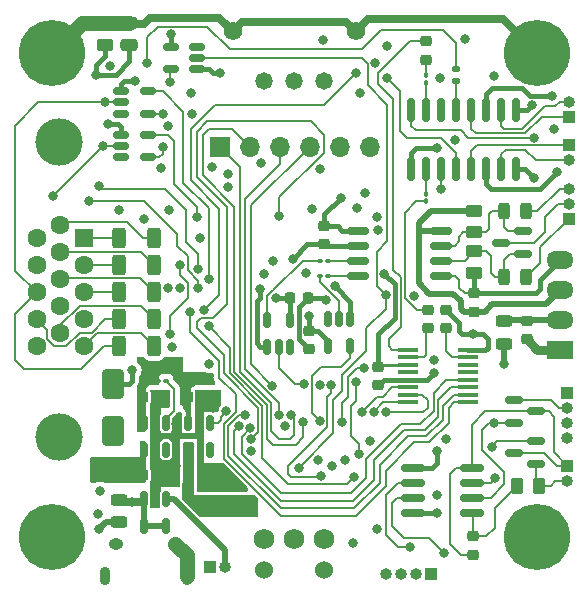
<source format=gbl>
%TF.GenerationSoftware,KiCad,Pcbnew,(7.0.0)*%
%TF.CreationDate,2023-09-29T14:09:18-04:00*%
%TF.ProjectId,_HW_ToslinkToDMX,5f48575f-546f-4736-9c69-6e6b546f444d,rev?*%
%TF.SameCoordinates,Original*%
%TF.FileFunction,Copper,L4,Bot*%
%TF.FilePolarity,Positive*%
%FSLAX46Y46*%
G04 Gerber Fmt 4.6, Leading zero omitted, Abs format (unit mm)*
G04 Created by KiCad (PCBNEW (7.0.0)) date 2023-09-29 14:09:18*
%MOMM*%
%LPD*%
G01*
G04 APERTURE LIST*
G04 Aperture macros list*
%AMRoundRect*
0 Rectangle with rounded corners*
0 $1 Rounding radius*
0 $2 $3 $4 $5 $6 $7 $8 $9 X,Y pos of 4 corners*
0 Add a 4 corners polygon primitive as box body*
4,1,4,$2,$3,$4,$5,$6,$7,$8,$9,$2,$3,0*
0 Add four circle primitives for the rounded corners*
1,1,$1+$1,$2,$3*
1,1,$1+$1,$4,$5*
1,1,$1+$1,$6,$7*
1,1,$1+$1,$8,$9*
0 Add four rect primitives between the rounded corners*
20,1,$1+$1,$2,$3,$4,$5,0*
20,1,$1+$1,$4,$5,$6,$7,0*
20,1,$1+$1,$6,$7,$8,$9,0*
20,1,$1+$1,$8,$9,$2,$3,0*%
G04 Aperture macros list end*
%TA.AperFunction,ComponentPad*%
%ADD10C,4.000000*%
%TD*%
%TA.AperFunction,ComponentPad*%
%ADD11R,1.600000X1.600000*%
%TD*%
%TA.AperFunction,ComponentPad*%
%ADD12C,1.600000*%
%TD*%
%TA.AperFunction,ComponentPad*%
%ADD13O,0.890000X1.550000*%
%TD*%
%TA.AperFunction,ComponentPad*%
%ADD14O,1.250000X0.950000*%
%TD*%
%TA.AperFunction,ComponentPad*%
%ADD15C,3.600000*%
%TD*%
%TA.AperFunction,ConnectorPad*%
%ADD16C,5.600000*%
%TD*%
%TA.AperFunction,ComponentPad*%
%ADD17R,1.700000X1.700000*%
%TD*%
%TA.AperFunction,ComponentPad*%
%ADD18O,1.700000X1.700000*%
%TD*%
%TA.AperFunction,ComponentPad*%
%ADD19R,1.000000X1.000000*%
%TD*%
%TA.AperFunction,ComponentPad*%
%ADD20O,1.000000X1.000000*%
%TD*%
%TA.AperFunction,ComponentPad*%
%ADD21C,1.473200*%
%TD*%
%TA.AperFunction,ComponentPad*%
%ADD22C,1.574800*%
%TD*%
%TA.AperFunction,ComponentPad*%
%ADD23R,2.300000X1.500000*%
%TD*%
%TA.AperFunction,ComponentPad*%
%ADD24O,2.300000X1.500000*%
%TD*%
%TA.AperFunction,ComponentPad*%
%ADD25C,1.750000*%
%TD*%
%TA.AperFunction,ComponentPad*%
%ADD26C,1.524000*%
%TD*%
%TA.AperFunction,SMDPad,CuDef*%
%ADD27RoundRect,0.135000X-0.185000X0.135000X-0.185000X-0.135000X0.185000X-0.135000X0.185000X0.135000X0*%
%TD*%
%TA.AperFunction,SMDPad,CuDef*%
%ADD28RoundRect,0.150000X-0.150000X0.512500X-0.150000X-0.512500X0.150000X-0.512500X0.150000X0.512500X0*%
%TD*%
%TA.AperFunction,SMDPad,CuDef*%
%ADD29RoundRect,0.150000X0.587500X0.150000X-0.587500X0.150000X-0.587500X-0.150000X0.587500X-0.150000X0*%
%TD*%
%TA.AperFunction,SMDPad,CuDef*%
%ADD30RoundRect,0.225000X0.250000X-0.225000X0.250000X0.225000X-0.250000X0.225000X-0.250000X-0.225000X0*%
%TD*%
%TA.AperFunction,SMDPad,CuDef*%
%ADD31RoundRect,0.100000X-0.100000X0.130000X-0.100000X-0.130000X0.100000X-0.130000X0.100000X0.130000X0*%
%TD*%
%TA.AperFunction,SMDPad,CuDef*%
%ADD32RoundRect,0.225000X-0.225000X-0.250000X0.225000X-0.250000X0.225000X0.250000X-0.225000X0.250000X0*%
%TD*%
%TA.AperFunction,SMDPad,CuDef*%
%ADD33RoundRect,0.250000X-0.312500X-0.625000X0.312500X-0.625000X0.312500X0.625000X-0.312500X0.625000X0*%
%TD*%
%TA.AperFunction,SMDPad,CuDef*%
%ADD34RoundRect,0.250000X-0.650000X1.000000X-0.650000X-1.000000X0.650000X-1.000000X0.650000X1.000000X0*%
%TD*%
%TA.AperFunction,SMDPad,CuDef*%
%ADD35RoundRect,0.100000X-0.130000X-0.100000X0.130000X-0.100000X0.130000X0.100000X-0.130000X0.100000X0*%
%TD*%
%TA.AperFunction,SMDPad,CuDef*%
%ADD36RoundRect,0.225000X-0.250000X0.225000X-0.250000X-0.225000X0.250000X-0.225000X0.250000X0.225000X0*%
%TD*%
%TA.AperFunction,SMDPad,CuDef*%
%ADD37RoundRect,0.250000X-0.450000X0.262500X-0.450000X-0.262500X0.450000X-0.262500X0.450000X0.262500X0*%
%TD*%
%TA.AperFunction,SMDPad,CuDef*%
%ADD38RoundRect,0.100000X0.130000X0.100000X-0.130000X0.100000X-0.130000X-0.100000X0.130000X-0.100000X0*%
%TD*%
%TA.AperFunction,SMDPad,CuDef*%
%ADD39RoundRect,0.243750X-0.243750X-0.456250X0.243750X-0.456250X0.243750X0.456250X-0.243750X0.456250X0*%
%TD*%
%TA.AperFunction,SMDPad,CuDef*%
%ADD40RoundRect,0.250000X-0.475000X0.250000X-0.475000X-0.250000X0.475000X-0.250000X0.475000X0.250000X0*%
%TD*%
%TA.AperFunction,SMDPad,CuDef*%
%ADD41RoundRect,0.150000X-0.512500X-0.150000X0.512500X-0.150000X0.512500X0.150000X-0.512500X0.150000X0*%
%TD*%
%TA.AperFunction,SMDPad,CuDef*%
%ADD42RoundRect,0.150000X0.150000X-0.850000X0.150000X0.850000X-0.150000X0.850000X-0.150000X-0.850000X0*%
%TD*%
%TA.AperFunction,SMDPad,CuDef*%
%ADD43RoundRect,0.250000X0.262500X0.450000X-0.262500X0.450000X-0.262500X-0.450000X0.262500X-0.450000X0*%
%TD*%
%TA.AperFunction,SMDPad,CuDef*%
%ADD44RoundRect,0.100000X0.100000X-0.130000X0.100000X0.130000X-0.100000X0.130000X-0.100000X-0.130000X0*%
%TD*%
%TA.AperFunction,SMDPad,CuDef*%
%ADD45R,1.803400X0.355600*%
%TD*%
%TA.AperFunction,SMDPad,CuDef*%
%ADD46RoundRect,0.243750X0.456250X-0.243750X0.456250X0.243750X-0.456250X0.243750X-0.456250X-0.243750X0*%
%TD*%
%TA.AperFunction,SMDPad,CuDef*%
%ADD47RoundRect,0.150000X0.512500X0.150000X-0.512500X0.150000X-0.512500X-0.150000X0.512500X-0.150000X0*%
%TD*%
%TA.AperFunction,SMDPad,CuDef*%
%ADD48RoundRect,0.150000X-0.825000X-0.150000X0.825000X-0.150000X0.825000X0.150000X-0.825000X0.150000X0*%
%TD*%
%TA.AperFunction,SMDPad,CuDef*%
%ADD49RoundRect,0.150000X-0.587500X-0.150000X0.587500X-0.150000X0.587500X0.150000X-0.587500X0.150000X0*%
%TD*%
%TA.AperFunction,SMDPad,CuDef*%
%ADD50RoundRect,0.150000X-0.800000X-0.150000X0.800000X-0.150000X0.800000X0.150000X-0.800000X0.150000X0*%
%TD*%
%TA.AperFunction,SMDPad,CuDef*%
%ADD51RoundRect,0.250000X0.450000X-0.262500X0.450000X0.262500X-0.450000X0.262500X-0.450000X-0.262500X0*%
%TD*%
%TA.AperFunction,SMDPad,CuDef*%
%ADD52RoundRect,0.150000X0.150000X-0.512500X0.150000X0.512500X-0.150000X0.512500X-0.150000X-0.512500X0*%
%TD*%
%TA.AperFunction,ViaPad*%
%ADD53C,0.800000*%
%TD*%
%TA.AperFunction,Conductor*%
%ADD54C,0.381000*%
%TD*%
%TA.AperFunction,Conductor*%
%ADD55C,0.203200*%
%TD*%
%TA.AperFunction,Conductor*%
%ADD56C,0.508000*%
%TD*%
%TA.AperFunction,Conductor*%
%ADD57C,0.254000*%
%TD*%
%TA.AperFunction,Conductor*%
%ADD58C,0.762000*%
%TD*%
%TA.AperFunction,Conductor*%
%ADD59C,0.635000*%
%TD*%
%TA.AperFunction,Conductor*%
%ADD60C,1.270000*%
%TD*%
G04 APERTURE END LIST*
D10*
X105600331Y-122515000D03*
X105600331Y-147515000D03*
D11*
X107650330Y-130699999D03*
D12*
X107650331Y-132990000D03*
X107650331Y-135280000D03*
X107650331Y-137570000D03*
X107650331Y-139860000D03*
X105670331Y-129555000D03*
X105670331Y-131845000D03*
X105670331Y-134135000D03*
X105670331Y-136425000D03*
X105670331Y-138715000D03*
X103690331Y-130700000D03*
X103690331Y-132990000D03*
X103690331Y-135280000D03*
X103690331Y-137570000D03*
X103690331Y-139860000D03*
D13*
X109418999Y-159257999D03*
D14*
X110418999Y-156557999D03*
X115418999Y-156557999D03*
D13*
X116418999Y-159257999D03*
D15*
X146000000Y-156000000D03*
D16*
X146000000Y-156000000D03*
D17*
X119150999Y-122935999D03*
D18*
X121690999Y-122935999D03*
X124230999Y-122935999D03*
X126770999Y-122935999D03*
X129310999Y-122935999D03*
X131850999Y-122935999D03*
D19*
X137027999Y-159130999D03*
D20*
X135757999Y-159130999D03*
X134487999Y-159130999D03*
X133217999Y-159130999D03*
D21*
X128016000Y-117348000D03*
X125476000Y-117348000D03*
X122936000Y-117348000D03*
D22*
X120276000Y-113148001D03*
X130676000Y-113148001D03*
D19*
X148716999Y-129031999D03*
D20*
X148716999Y-127761999D03*
X148716999Y-126491999D03*
D23*
X148003499Y-140155499D03*
D24*
X148003499Y-137615499D03*
X148003499Y-135075499D03*
X148003499Y-132535499D03*
D19*
X118348999Y-158495999D03*
D20*
X119618999Y-158495999D03*
D19*
X148716999Y-122808999D03*
D20*
X148716999Y-124078999D03*
D19*
X148589999Y-143763999D03*
D20*
X148589999Y-145033999D03*
X148589999Y-146303999D03*
X148589999Y-147573999D03*
D15*
X105000000Y-115000000D03*
D16*
X105000000Y-115000000D03*
D25*
X128032235Y-156155000D03*
X125476000Y-156155000D03*
X122932235Y-156155000D03*
D26*
X128032235Y-158805000D03*
X122932235Y-158805000D03*
D15*
X146000000Y-115000000D03*
D16*
X146000000Y-115000000D03*
D15*
X105000000Y-156000000D03*
D16*
X105000000Y-156000000D03*
D19*
X148589999Y-149971999D03*
D20*
X148589999Y-151241999D03*
D19*
X148716999Y-120410999D03*
D20*
X148716999Y-119140999D03*
D27*
X139192000Y-116330000D03*
X139192000Y-117350000D03*
D28*
X128336000Y-137546500D03*
X129286000Y-137546500D03*
X130236000Y-137546500D03*
X130236000Y-139821500D03*
X128336000Y-139821500D03*
D29*
X144828500Y-130114000D03*
X144828500Y-132014000D03*
X142953500Y-131064000D03*
D30*
X136779000Y-138316000D03*
X136779000Y-136766000D03*
D31*
X136652000Y-116901000D03*
X136652000Y-117541000D03*
D32*
X116446000Y-144145000D03*
X117996000Y-144145000D03*
D33*
X110678500Y-130683000D03*
X113603500Y-130683000D03*
D34*
X110109000Y-143034000D03*
X110109000Y-147034000D03*
D35*
X113980000Y-142748000D03*
X114620000Y-142748000D03*
D36*
X140589000Y-155943000D03*
X140589000Y-157493000D03*
D37*
X140716000Y-128373500D03*
X140716000Y-130198500D03*
D38*
X128336000Y-133858000D03*
X127696000Y-133858000D03*
D32*
X112702000Y-144165000D03*
X114252000Y-144165000D03*
D39*
X143207500Y-128397000D03*
X145082500Y-128397000D03*
D32*
X116446000Y-150749000D03*
X117996000Y-150749000D03*
D33*
X110678500Y-132969000D03*
X113603500Y-132969000D03*
D28*
X112715000Y-152786500D03*
X113665000Y-152786500D03*
X114615000Y-152786500D03*
X114615000Y-155061500D03*
X112715000Y-155061500D03*
D30*
X138303000Y-138316000D03*
X138303000Y-136766000D03*
D29*
X145971500Y-147894000D03*
X145971500Y-149794000D03*
X144096500Y-148844000D03*
D32*
X112702000Y-150769000D03*
X114252000Y-150769000D03*
D36*
X132588000Y-141592000D03*
X132588000Y-143142000D03*
D40*
X111506000Y-112461000D03*
X111506000Y-114361000D03*
D35*
X127696000Y-132588000D03*
X128336000Y-132588000D03*
D41*
X110821000Y-120142000D03*
X110821000Y-119192000D03*
X110821000Y-118242000D03*
X113096000Y-118242000D03*
X113096000Y-120142000D03*
D42*
X144272000Y-124801000D03*
X143002000Y-124801000D03*
X141732000Y-124801000D03*
X140462000Y-124801000D03*
X139192000Y-124801000D03*
X137922000Y-124801000D03*
X136652000Y-124801000D03*
X135382000Y-124801000D03*
X135382000Y-119801000D03*
X136652000Y-119801000D03*
X137922000Y-119801000D03*
X139192000Y-119801000D03*
X140462000Y-119801000D03*
X141732000Y-119801000D03*
X143002000Y-119801000D03*
X144272000Y-119801000D03*
D43*
X146200500Y-151638000D03*
X144375500Y-151638000D03*
D44*
X136652000Y-127574000D03*
X136652000Y-126934000D03*
D28*
X112715000Y-146309500D03*
X113665000Y-146309500D03*
X114615000Y-146309500D03*
X114615000Y-148584500D03*
X112715000Y-148584500D03*
D45*
X135115299Y-144589499D03*
X135115299Y-143954499D03*
X135115299Y-143319499D03*
X135115299Y-142684499D03*
X135115299Y-142049499D03*
X135115299Y-141414499D03*
X135115299Y-140779499D03*
X135115299Y-140144499D03*
X140220699Y-140144499D03*
X140220699Y-140779499D03*
X140220699Y-141414499D03*
X140220699Y-142049499D03*
X140220699Y-142684499D03*
X140220699Y-143319499D03*
X140220699Y-143954499D03*
X140220699Y-144589499D03*
D46*
X110617000Y-154734500D03*
X110617000Y-152859500D03*
D47*
X117281500Y-114493000D03*
X117281500Y-115443000D03*
X117281500Y-116393000D03*
X115006500Y-116393000D03*
X115006500Y-114493000D03*
D48*
X135574000Y-153924000D03*
X135574000Y-152654000D03*
X135574000Y-151384000D03*
X135574000Y-150114000D03*
X140524000Y-150114000D03*
X140524000Y-151384000D03*
X140524000Y-152654000D03*
X140524000Y-153924000D03*
D36*
X136652000Y-114033000D03*
X136652000Y-115583000D03*
D37*
X109474000Y-112498500D03*
X109474000Y-114323500D03*
D49*
X144096500Y-146304000D03*
X144096500Y-144404000D03*
X145971500Y-145354000D03*
D28*
X116469000Y-146309500D03*
X117419000Y-146309500D03*
X118369000Y-146309500D03*
X118369000Y-148584500D03*
X116469000Y-148584500D03*
D39*
X143207500Y-133985000D03*
X145082500Y-133985000D03*
D30*
X128016000Y-131204000D03*
X128016000Y-129654000D03*
D50*
X130866000Y-133858000D03*
X130866000Y-132588000D03*
X130866000Y-131318000D03*
X130866000Y-130048000D03*
X137866000Y-130048000D03*
X137866000Y-131318000D03*
X137866000Y-132588000D03*
X137866000Y-133858000D03*
D33*
X110678500Y-137541000D03*
X113603500Y-137541000D03*
D51*
X140716000Y-133627500D03*
X140716000Y-131802500D03*
D36*
X145155015Y-137711138D03*
X145155015Y-139261138D03*
X126746000Y-138544000D03*
X126746000Y-140094000D03*
X140716000Y-135369000D03*
X140716000Y-136919000D03*
D41*
X110821000Y-123825000D03*
X110821000Y-122875000D03*
X110821000Y-121925000D03*
X113096000Y-121925000D03*
X113096000Y-123825000D03*
D33*
X110678500Y-135255000D03*
X113603500Y-135255000D03*
X110678500Y-139827000D03*
X113603500Y-139827000D03*
D32*
X125082000Y-135763000D03*
X126632000Y-135763000D03*
D46*
X143256000Y-139621500D03*
X143256000Y-137746500D03*
D52*
X125099615Y-139878088D03*
X124149615Y-139878088D03*
X123199615Y-139878088D03*
X123199615Y-137603088D03*
X125099615Y-137603088D03*
D53*
X137287000Y-140970000D03*
X132461000Y-155321000D03*
X125331405Y-132443405D03*
X135620595Y-135585405D03*
X137541000Y-153924000D03*
X123952000Y-135763000D03*
X117094000Y-142494000D03*
X116078000Y-142494000D03*
X138303000Y-147701000D03*
X143256000Y-141351000D03*
X145796000Y-122174000D03*
X133114500Y-133731000D03*
X114681000Y-141224000D03*
X133350000Y-114444595D03*
X115570000Y-141224000D03*
X139065000Y-122409000D03*
X145796000Y-125603000D03*
X118110000Y-142494000D03*
X137795000Y-117094000D03*
X132461000Y-128905000D03*
X115062000Y-113429500D03*
X121793000Y-148717000D03*
X137541000Y-152400000D03*
X145614167Y-119398500D03*
X109728000Y-121031000D03*
X113603500Y-135255000D03*
X119192000Y-116694500D03*
X127635000Y-124841000D03*
X127889000Y-113919000D03*
X115466900Y-146431000D03*
X137541000Y-148717000D03*
X139954000Y-113792000D03*
X129413000Y-127254000D03*
X131889500Y-147891500D03*
X115763000Y-134874000D03*
X110617000Y-128270000D03*
X132569500Y-129994311D03*
X119888000Y-125222000D03*
X108712000Y-116840000D03*
X122546115Y-135001000D03*
X128143000Y-135890000D03*
X137541000Y-123063000D03*
X115443000Y-149987000D03*
X122936000Y-133731000D03*
X116713000Y-118364000D03*
X115443000Y-147320000D03*
X140589000Y-138811000D03*
X127000000Y-128234810D03*
X108839000Y-154051000D03*
X122682000Y-124333000D03*
X147447000Y-121412000D03*
X128922595Y-134729405D03*
X123698000Y-132588000D03*
X118618000Y-145034000D03*
X128651000Y-149987000D03*
X147320000Y-118618000D03*
X147701000Y-125095000D03*
X112006381Y-117401336D03*
X109056345Y-152090845D03*
X137287000Y-142132000D03*
X130447500Y-156464000D03*
X114808000Y-121158000D03*
X115140227Y-139905227D03*
X142367000Y-116967000D03*
X120650000Y-151638000D03*
X126492000Y-133604000D03*
X114899258Y-128270552D03*
X132349974Y-115893591D03*
X112776000Y-129064100D03*
X118491000Y-124695500D03*
X121920000Y-153670000D03*
X126746000Y-137287000D03*
X129794000Y-149479000D03*
X114173000Y-124729000D03*
X120523000Y-153670000D03*
X121285000Y-152908000D03*
X114808000Y-134874000D03*
X116858500Y-120142000D03*
X124714000Y-146558000D03*
X114341100Y-120142000D03*
X114341100Y-122936000D03*
X111765986Y-152988377D03*
X109982000Y-149606000D03*
X109855000Y-116078000D03*
X130810000Y-128143000D03*
X131445000Y-126873000D03*
X119888000Y-126365000D03*
X127618222Y-143163418D03*
X111379000Y-149606000D03*
X118237000Y-141351000D03*
X117475000Y-130683000D03*
X127508000Y-149479000D03*
X108591517Y-150716239D03*
X108585000Y-149606000D03*
X131064000Y-118364000D03*
X137922000Y-126492000D03*
X109474000Y-119192000D03*
X109304500Y-122875000D03*
X105029000Y-127127000D03*
X125222000Y-145669000D03*
X126248729Y-146276067D03*
X124206000Y-145669000D03*
X123636681Y-143177430D03*
X108966000Y-155321000D03*
X130701500Y-142875000D03*
X130937000Y-148971000D03*
X128572500Y-143129000D03*
X127762000Y-150857500D03*
X129517112Y-146281112D03*
X131380840Y-141705255D03*
X133223000Y-135509000D03*
X125857000Y-150114000D03*
X117856000Y-136760500D03*
X130700595Y-116713000D03*
X118220602Y-138158097D03*
X130573595Y-150893595D03*
X138176000Y-157353000D03*
X114935000Y-117475000D03*
X142367000Y-146304000D03*
X127616500Y-146177000D03*
X142494000Y-151003000D03*
X142240000Y-148336000D03*
X135255000Y-156845000D03*
X121793000Y-147701000D03*
X124225059Y-128777500D03*
X119670655Y-145343155D03*
X118222385Y-134130684D03*
X117251000Y-128923500D03*
X115776500Y-132969000D03*
X114935000Y-138811000D03*
X117348000Y-134874000D03*
X133368500Y-117094000D03*
X108077000Y-127508000D03*
X108966000Y-126238000D03*
X113030000Y-115824000D03*
X117297200Y-133299200D03*
X120836576Y-146582387D03*
X121285000Y-145669000D03*
X121773730Y-146749293D03*
X131191000Y-145415000D03*
X133223000Y-145415000D03*
X132207000Y-145415000D03*
X116647000Y-136906000D03*
X126310722Y-143039533D03*
X111760000Y-141859000D03*
X110109000Y-147034000D03*
D54*
X133114500Y-133731000D02*
X133985000Y-134601500D01*
X130866000Y-131318000D02*
X128130000Y-131318000D01*
D55*
X139573000Y-121539000D02*
X135763000Y-121539000D01*
D54*
X137541000Y-153924000D02*
X135574000Y-153924000D01*
X133985000Y-134601500D02*
X133985000Y-137414000D01*
X132588000Y-138811000D02*
X132588000Y-141592000D01*
X115062000Y-113429500D02*
X115062000Y-114437500D01*
X145614167Y-119398500D02*
X145211667Y-119801000D01*
D56*
X143256000Y-139621500D02*
X143256000Y-141351000D01*
D55*
X135763000Y-121539000D02*
X135382000Y-121158000D01*
D54*
X133985000Y-137414000D02*
X132588000Y-138811000D01*
D55*
X128130000Y-131318000D02*
X128016000Y-131204000D01*
X125082000Y-137585473D02*
X125099615Y-137603088D01*
D57*
X135115300Y-141414500D02*
X132765500Y-141414500D01*
D54*
X126570810Y-131204000D02*
X125331405Y-132443405D01*
X125082000Y-135763000D02*
X125082000Y-137585473D01*
X144994000Y-124801000D02*
X144272000Y-124801000D01*
X145211667Y-119801000D02*
X144272000Y-119801000D01*
X125082000Y-135763000D02*
X123952000Y-135763000D01*
X145796000Y-125603000D02*
X144994000Y-124801000D01*
D55*
X145796000Y-122174000D02*
X140208000Y-122174000D01*
X135382000Y-121158000D02*
X135382000Y-119801000D01*
X115062000Y-114437500D02*
X115006500Y-114493000D01*
X132765500Y-141414500D02*
X132588000Y-141592000D01*
X140208000Y-122174000D02*
X139573000Y-121539000D01*
D54*
X128016000Y-131204000D02*
X126570810Y-131204000D01*
X142113000Y-126492000D02*
X141732000Y-126111000D01*
D55*
X112649000Y-130683000D02*
X111300996Y-129334996D01*
D54*
X122555000Y-135763000D02*
X122555000Y-135009885D01*
D55*
X122555000Y-135009885D02*
X122546115Y-135001000D01*
X113603500Y-130683000D02*
X112649000Y-130683000D01*
D54*
X146304000Y-126492000D02*
X142113000Y-126492000D01*
X111071664Y-117401336D02*
X110821000Y-117652000D01*
X147701000Y-125095000D02*
X146304000Y-126492000D01*
X110821000Y-121298500D02*
X110821000Y-121925000D01*
D58*
X146049377Y-140155500D02*
X148003500Y-140155500D01*
D54*
X141478000Y-138811000D02*
X140589000Y-138811000D01*
X126746000Y-140094000D02*
X125857000Y-139205000D01*
D55*
X112474500Y-136412000D02*
X107301000Y-136412000D01*
D54*
X110821000Y-117652000D02*
X110821000Y-118242000D01*
X139446000Y-137909000D02*
X139446000Y-138557000D01*
X112006381Y-117401336D02*
X111071664Y-117401336D01*
X144780000Y-117983000D02*
X142240000Y-117983000D01*
X139700000Y-138811000D02*
X140589000Y-138811000D01*
X137541000Y-123063000D02*
X135763000Y-123063000D01*
D55*
X105707331Y-134098000D02*
X105670331Y-134135000D01*
X128905000Y-134747000D02*
X128922595Y-134729405D01*
D54*
X130866000Y-130048000D02*
X129540000Y-130048000D01*
X141732000Y-118491000D02*
X141732000Y-119801000D01*
X141859000Y-139954000D02*
X141859000Y-139192000D01*
D55*
X111300996Y-129334996D02*
X105890335Y-129334996D01*
X105890335Y-129334996D02*
X105670331Y-129555000D01*
X112474500Y-138698000D02*
X108812331Y-138698000D01*
X113603500Y-137541000D02*
X112474500Y-136412000D01*
D54*
X122301000Y-139573000D02*
X122606088Y-139878088D01*
X137160000Y-150114000D02*
X135574000Y-150114000D01*
X122606088Y-139878088D02*
X123199615Y-139878088D01*
D55*
X113603500Y-139827000D02*
X112474500Y-138698000D01*
D54*
X111506000Y-115697000D02*
X110363000Y-116840000D01*
X111506000Y-114361000D02*
X111506000Y-115697000D01*
X145415000Y-118618000D02*
X144780000Y-117983000D01*
D55*
X113603500Y-132969000D02*
X112474500Y-131840000D01*
D54*
X142240000Y-117983000D02*
X141732000Y-118491000D01*
X108712000Y-115996552D02*
X108712000Y-116840000D01*
X136734500Y-142684500D02*
X137287000Y-142132000D01*
X135763000Y-123063000D02*
X135382000Y-123444000D01*
X137541000Y-148717000D02*
X137541000Y-149733000D01*
D55*
X108812331Y-138698000D02*
X107650331Y-139860000D01*
D54*
X135115300Y-142684500D02*
X136734500Y-142684500D01*
X141732000Y-126111000D02*
X141732000Y-124801000D01*
X135382000Y-123444000D02*
X135382000Y-124801000D01*
D55*
X112474500Y-131840000D02*
X105675331Y-131840000D01*
D54*
X141859000Y-139192000D02*
X141478000Y-138811000D01*
D55*
X105670331Y-138042669D02*
X105670331Y-138715000D01*
D54*
X147320000Y-118618000D02*
X145415000Y-118618000D01*
X118618000Y-116713000D02*
X119173500Y-116713000D01*
X118298000Y-116393000D02*
X118618000Y-116713000D01*
X110363000Y-116840000D02*
X108712000Y-116840000D01*
X133045500Y-142684500D02*
X132588000Y-143142000D01*
X109474000Y-115234552D02*
X108712000Y-115996552D01*
X137541000Y-149733000D02*
X137160000Y-150114000D01*
X126632000Y-135763000D02*
X128016000Y-135763000D01*
X128016000Y-129654000D02*
X128016000Y-128651000D01*
X128016000Y-128651000D02*
X129413000Y-127254000D01*
X130236000Y-137546500D02*
X130236000Y-136078000D01*
X117281500Y-116393000D02*
X118298000Y-116393000D01*
X109474000Y-114323500D02*
X109474000Y-115234552D01*
D55*
X105675331Y-131840000D02*
X105670331Y-131845000D01*
D58*
X145155015Y-139261138D02*
X146049377Y-140155500D01*
D55*
X112446500Y-134098000D02*
X105707331Y-134098000D01*
X128016000Y-135763000D02*
X128143000Y-135890000D01*
X107301000Y-136412000D02*
X105670331Y-138042669D01*
D54*
X122301000Y-136017000D02*
X122301000Y-139573000D01*
X110553500Y-121031000D02*
X110821000Y-121298500D01*
X141668500Y-140144500D02*
X141859000Y-139954000D01*
D55*
X119173500Y-116713000D02*
X119192000Y-116694500D01*
D54*
X138303000Y-136766000D02*
X139446000Y-137909000D01*
X125857000Y-139205000D02*
X125857000Y-136538000D01*
X139446000Y-138557000D02*
X139700000Y-138811000D01*
X130236000Y-136078000D02*
X128905000Y-134747000D01*
X129146000Y-129654000D02*
X128016000Y-129654000D01*
X122555000Y-135763000D02*
X122301000Y-136017000D01*
X140220700Y-140144500D02*
X141668500Y-140144500D01*
X135115300Y-142684500D02*
X133045500Y-142684500D01*
X125857000Y-136538000D02*
X126632000Y-135763000D01*
D55*
X113603500Y-135255000D02*
X112446500Y-134098000D01*
D54*
X109728000Y-121031000D02*
X110553500Y-121031000D01*
X129540000Y-130048000D02*
X129146000Y-129654000D01*
X127495000Y-138544000D02*
X126746000Y-138544000D01*
X126746000Y-138544000D02*
X126746000Y-137287000D01*
X128336000Y-139385000D02*
X127495000Y-138544000D01*
D55*
X116469000Y-150726000D02*
X116446000Y-150749000D01*
D54*
X128336000Y-139821500D02*
X128336000Y-139385000D01*
D55*
X140589000Y-157493000D02*
X139586000Y-157493000D01*
X147686000Y-149972000D02*
X148590000Y-149972000D01*
X146584342Y-148844000D02*
X146963000Y-149222658D01*
X139586000Y-157493000D02*
X138684000Y-156591000D01*
X147447000Y-145796000D02*
X147447000Y-148829000D01*
X146963000Y-149222658D02*
X146963000Y-149249000D01*
X140524000Y-150114000D02*
X140524000Y-146496000D01*
X144096500Y-148844000D02*
X146584342Y-148844000D01*
X147005000Y-145354000D02*
X147447000Y-145796000D01*
X139192000Y-150114000D02*
X140524000Y-150114000D01*
X147447000Y-148829000D02*
X148590000Y-149972000D01*
X138684000Y-156591000D02*
X138684000Y-150622000D01*
X146963000Y-149249000D02*
X147686000Y-149972000D01*
X140524000Y-146496000D02*
X141666000Y-145354000D01*
X141666000Y-145354000D02*
X145971500Y-145354000D01*
X145971500Y-145354000D02*
X147005000Y-145354000D01*
X138684000Y-150622000D02*
X139192000Y-150114000D01*
X113096000Y-120142000D02*
X114341100Y-120142000D01*
X139941000Y-135369000D02*
X140716000Y-135369000D01*
D54*
X146304000Y-134235000D02*
X148003500Y-132535500D01*
X140716000Y-135369000D02*
X145936000Y-135369000D01*
D55*
X139446000Y-134874000D02*
X139941000Y-135369000D01*
D54*
X146304000Y-135001000D02*
X146304000Y-134235000D01*
D55*
X139065000Y-133858000D02*
X139446000Y-134239000D01*
D54*
X140716000Y-135369000D02*
X140716000Y-133627500D01*
D55*
X139446000Y-134239000D02*
X139446000Y-134874000D01*
D54*
X145936000Y-135369000D02*
X146304000Y-135001000D01*
D55*
X137866000Y-133858000D02*
X139065000Y-133858000D01*
D56*
X141592000Y-136919000D02*
X140716000Y-136919000D01*
X136017000Y-134493000D02*
X136906000Y-135382000D01*
D55*
X146685000Y-130175000D02*
X145796000Y-131064000D01*
D56*
X148003500Y-135075500D02*
X146808000Y-136271000D01*
D55*
X145796000Y-131064000D02*
X142953500Y-131064000D01*
D56*
X137866000Y-130048000D02*
X136017000Y-130048000D01*
X139840000Y-136919000D02*
X140716000Y-136919000D01*
X140716000Y-128373500D02*
X137056500Y-128373500D01*
X146808000Y-136271000D02*
X142240000Y-136271000D01*
X136017000Y-130556000D02*
X136017000Y-134493000D01*
X139573000Y-136652000D02*
X139840000Y-136919000D01*
X138938000Y-135382000D02*
X139573000Y-136017000D01*
X136906000Y-135382000D02*
X138938000Y-135382000D01*
X136017000Y-130048000D02*
X136017000Y-130556000D01*
X139573000Y-136017000D02*
X139573000Y-136652000D01*
X136017000Y-129413000D02*
X136017000Y-130048000D01*
D55*
X146685000Y-128905000D02*
X146685000Y-130175000D01*
X148717000Y-127762000D02*
X147828000Y-127762000D01*
D56*
X137056500Y-128373500D02*
X136017000Y-129413000D01*
X142240000Y-136271000D02*
X141592000Y-136919000D01*
D55*
X147828000Y-127762000D02*
X146685000Y-128905000D01*
X114341100Y-123529900D02*
X114341100Y-122936000D01*
X113096000Y-123825000D02*
X114046000Y-123825000D01*
X114046000Y-123825000D02*
X114341100Y-123529900D01*
X140589000Y-155943000D02*
X140589000Y-153989000D01*
X141745000Y-155943000D02*
X142494000Y-155194000D01*
X142494000Y-153519500D02*
X144375500Y-151638000D01*
X140589000Y-155943000D02*
X141745000Y-155943000D01*
X142494000Y-155194000D02*
X142494000Y-153519500D01*
X140589000Y-153989000D02*
X140524000Y-153924000D01*
D56*
X143387000Y-137615500D02*
X148003500Y-137615500D01*
D55*
X143256000Y-137746500D02*
X143387000Y-137615500D01*
D59*
X110745877Y-152988377D02*
X112767123Y-152988377D01*
D56*
X112715000Y-155061500D02*
X114615000Y-155061500D01*
D55*
X112715000Y-153040500D02*
X112781500Y-152974000D01*
D59*
X112767123Y-152988377D02*
X112781500Y-152974000D01*
X110617000Y-152859500D02*
X110745877Y-152988377D01*
D55*
X112667000Y-152859500D02*
X112781500Y-152974000D01*
D56*
X112715000Y-154807500D02*
X112715000Y-153040500D01*
D55*
X112781500Y-154874000D02*
X112715000Y-154807500D01*
D56*
X115321500Y-152786500D02*
X119619000Y-157084000D01*
X119619000Y-157084000D02*
X119619000Y-158496000D01*
X114615000Y-152786500D02*
X115321500Y-152786500D01*
D55*
X136652000Y-140589000D02*
X136652000Y-138443000D01*
X135115300Y-140779500D02*
X136461500Y-140779500D01*
X136461500Y-140779500D02*
X136652000Y-140589000D01*
X136652000Y-138443000D02*
X136779000Y-138316000D01*
X135877000Y-136766000D02*
X136779000Y-136766000D01*
X134874000Y-135763000D02*
X135877000Y-136766000D01*
X136652000Y-127574000D02*
X135824000Y-127574000D01*
X135824000Y-127574000D02*
X134874000Y-128524000D01*
X134874000Y-128524000D02*
X134874000Y-135763000D01*
D59*
X130676000Y-113148001D02*
X131683001Y-112141000D01*
D60*
X111506000Y-112461000D02*
X107539000Y-112461000D01*
D59*
X129888601Y-112360602D02*
X130676000Y-113148001D01*
X111567000Y-112522000D02*
X112776000Y-112522000D01*
D60*
X116419000Y-157558000D02*
X116419000Y-159258000D01*
X107539000Y-112461000D02*
X105000000Y-115000000D01*
D59*
X113284000Y-112014000D02*
X119141999Y-112014000D01*
D60*
X115419000Y-156558000D02*
X116419000Y-157558000D01*
D59*
X112776000Y-112522000D02*
X113284000Y-112014000D01*
X111506000Y-112461000D02*
X111567000Y-112522000D01*
X119141999Y-112014000D02*
X120276000Y-113148001D01*
X120276000Y-113148001D02*
X121063399Y-112360602D01*
X143141000Y-112141000D02*
X146000000Y-115000000D01*
X121063399Y-112360602D02*
X129888601Y-112360602D01*
X131683001Y-112141000D02*
X143141000Y-112141000D01*
D55*
X133858000Y-133350000D02*
X133858000Y-118872000D01*
X134493000Y-138176000D02*
X134493000Y-133985000D01*
X132588000Y-117602000D02*
X132588000Y-116713000D01*
X134493000Y-133985000D02*
X133858000Y-133350000D01*
X132588000Y-116713000D02*
X135268000Y-114033000D01*
X133477000Y-139827000D02*
X133477000Y-139192000D01*
X133794500Y-140144500D02*
X133477000Y-139827000D01*
X135268000Y-114033000D02*
X136652000Y-114033000D01*
X135115300Y-140144500D02*
X133794500Y-140144500D01*
X133858000Y-118872000D02*
X132588000Y-117602000D01*
X133477000Y-139192000D02*
X134493000Y-138176000D01*
X136652000Y-115583000D02*
X136652000Y-116901000D01*
X138874500Y-140779500D02*
X138303000Y-140208000D01*
X138303000Y-140208000D02*
X138303000Y-138316000D01*
X140220700Y-140779500D02*
X138874500Y-140779500D01*
X137922000Y-126492000D02*
X137922000Y-124801000D01*
X110661500Y-130700000D02*
X107650331Y-130700000D01*
X110678500Y-130683000D02*
X110661500Y-130700000D01*
X110678500Y-132969000D02*
X110657500Y-132990000D01*
X110657500Y-132990000D02*
X107650331Y-132990000D01*
X110653500Y-135280000D02*
X107650331Y-135280000D01*
X110678500Y-135255000D02*
X110653500Y-135280000D01*
X101854000Y-137116331D02*
X101854000Y-140970000D01*
X107442000Y-141732000D02*
X109347000Y-139827000D01*
X109474000Y-119192000D02*
X103820000Y-119192000D01*
X102616000Y-141732000D02*
X107442000Y-141732000D01*
X101854000Y-133443669D02*
X103690331Y-135280000D01*
X103820000Y-119192000D02*
X101854000Y-121158000D01*
X109347000Y-139827000D02*
X110678500Y-139827000D01*
X109474000Y-119192000D02*
X110821000Y-119192000D01*
X101854000Y-121158000D02*
X101854000Y-133443669D01*
X103690331Y-135280000D02*
X101854000Y-137116331D01*
X101854000Y-140970000D02*
X102616000Y-141732000D01*
X109304500Y-122875000D02*
X109281000Y-122875000D01*
X110678500Y-137541000D02*
X109466437Y-137541000D01*
X109466437Y-137541000D02*
X108323437Y-138684000D01*
X108323437Y-138684000D02*
X107315000Y-138684000D01*
X109281000Y-122875000D02*
X105029000Y-127127000D01*
X106172000Y-139827000D02*
X105156000Y-139827000D01*
X103690331Y-137599331D02*
X103690331Y-137570000D01*
X105156000Y-139827000D02*
X104521000Y-139192000D01*
X104521000Y-138430000D02*
X103690331Y-137599331D01*
X107315000Y-138684000D02*
X106172000Y-139827000D01*
X109304500Y-122875000D02*
X110821000Y-122875000D01*
X104521000Y-139192000D02*
X104521000Y-138430000D01*
X139930500Y-132588000D02*
X140716000Y-131802500D01*
X140716000Y-131802500D02*
X141708500Y-131802500D01*
X143207500Y-132509500D02*
X143703000Y-132014000D01*
X143703000Y-132014000D02*
X144828500Y-132014000D01*
X137866000Y-132588000D02*
X139930500Y-132588000D01*
X142113000Y-133604000D02*
X142494000Y-133985000D01*
X143207500Y-133985000D02*
X143207500Y-132509500D01*
X142113000Y-132207000D02*
X142113000Y-133604000D01*
X141708500Y-131802500D02*
X142113000Y-132207000D01*
X142494000Y-133985000D02*
X143207500Y-133985000D01*
X148717000Y-129032000D02*
X146304000Y-131445000D01*
X146304000Y-131445000D02*
X146304000Y-132763500D01*
X146304000Y-132763500D02*
X145082500Y-133985000D01*
X139803500Y-130198500D02*
X139446000Y-130556000D01*
X144828500Y-130114000D02*
X143576000Y-130114000D01*
X140716000Y-130198500D02*
X141708500Y-130198500D01*
X143207500Y-129745500D02*
X143207500Y-128397000D01*
X142240000Y-128397000D02*
X143207500Y-128397000D01*
X141708500Y-130198500D02*
X141986000Y-129921000D01*
X141986000Y-128651000D02*
X142240000Y-128397000D01*
X140716000Y-130198500D02*
X139803500Y-130198500D01*
X139065000Y-131318000D02*
X137866000Y-131318000D01*
X139446000Y-130937000D02*
X139065000Y-131318000D01*
X143576000Y-130114000D02*
X143207500Y-129745500D01*
X139446000Y-130556000D02*
X139446000Y-130937000D01*
X141986000Y-129921000D02*
X141986000Y-128651000D01*
X146050000Y-128397000D02*
X147955000Y-126492000D01*
X145082500Y-128397000D02*
X146050000Y-128397000D01*
X147955000Y-126492000D02*
X148717000Y-126492000D01*
X147882894Y-145034000D02*
X148590000Y-145034000D01*
X147193000Y-151638000D02*
X145971500Y-151638000D01*
X147589000Y-151242000D02*
X147193000Y-151638000D01*
X144096500Y-144404000D02*
X147252894Y-144404000D01*
X148590000Y-151242000D02*
X147589000Y-151242000D01*
X147252894Y-144404000D02*
X147882894Y-145034000D01*
X145971500Y-151638000D02*
X145971500Y-149794000D01*
X123545600Y-147040600D02*
X124206000Y-147701000D01*
X125476000Y-147320000D02*
X125476000Y-145923000D01*
X125095000Y-147701000D02*
X125476000Y-147320000D01*
X123545600Y-144627600D02*
X123545600Y-147040600D01*
X120904000Y-141986000D02*
X123545600Y-144627600D01*
X119151000Y-122936000D02*
X120904000Y-124689000D01*
X120904000Y-124689000D02*
X120904000Y-141986000D01*
X125476000Y-145923000D02*
X125222000Y-145669000D01*
X124206000Y-147701000D02*
X125095000Y-147701000D01*
X125603000Y-148209000D02*
X126248729Y-147563271D01*
X117729000Y-121920000D02*
X117729000Y-125349000D01*
X117729000Y-125349000D02*
X120396000Y-128016000D01*
X118237000Y-121412000D02*
X117729000Y-121920000D01*
X121691000Y-122936000D02*
X120167000Y-121412000D01*
X120396000Y-128016000D02*
X120396000Y-141986000D01*
X120167000Y-121412000D02*
X118237000Y-121412000D01*
X123698000Y-148209000D02*
X125603000Y-148209000D01*
X126248729Y-147563271D02*
X126248729Y-146276067D01*
X120396000Y-141986000D02*
X123190000Y-144780000D01*
X123190000Y-144780000D02*
X123190000Y-147701000D01*
X123190000Y-147701000D02*
X123698000Y-148209000D01*
X124206000Y-144671645D02*
X124206000Y-145669000D01*
X124231000Y-124435000D02*
X121285000Y-127381000D01*
X121285000Y-127381000D02*
X121285000Y-141750645D01*
X124231000Y-122936000D02*
X124231000Y-124435000D01*
X121285000Y-141750645D02*
X124206000Y-144671645D01*
X121793000Y-141333749D02*
X121793000Y-127914000D01*
X121793000Y-127914000D02*
X126771000Y-122936000D01*
X123636681Y-143177430D02*
X121793000Y-141333749D01*
D56*
X109552500Y-154734500D02*
X108966000Y-155321000D01*
X110617000Y-154734500D02*
X109552500Y-154734500D01*
D55*
X130937000Y-148971000D02*
X130937000Y-148082000D01*
X130302000Y-147447000D02*
X130302000Y-144907000D01*
X130302000Y-144907000D02*
X130701500Y-144507500D01*
X130937000Y-148082000D02*
X130302000Y-147447000D01*
X130701500Y-144507500D02*
X130701500Y-142875000D01*
X127743500Y-150876000D02*
X125222000Y-150876000D01*
X128270000Y-144145000D02*
X128572500Y-143842500D01*
X128270000Y-146685000D02*
X128270000Y-144145000D01*
X125222000Y-150876000D02*
X124968000Y-150622000D01*
X127762000Y-150857500D02*
X127743500Y-150876000D01*
X124968000Y-149987000D02*
X128270000Y-146685000D01*
X128572500Y-143842500D02*
X128572500Y-143129000D01*
X124968000Y-150622000D02*
X124968000Y-149987000D01*
X146416000Y-120411000D02*
X145034000Y-121793000D01*
X140462000Y-121412000D02*
X140462000Y-119801000D01*
X148717000Y-120411000D02*
X146416000Y-120411000D01*
X140843000Y-121793000D02*
X140462000Y-121412000D01*
X145034000Y-121793000D02*
X140843000Y-121793000D01*
X143256000Y-121412000D02*
X143002000Y-121158000D01*
X146685000Y-119507000D02*
X144780000Y-121412000D01*
X148717000Y-119141000D02*
X147940000Y-119141000D01*
X143002000Y-121158000D02*
X143002000Y-119801000D01*
X144780000Y-121412000D02*
X143256000Y-121412000D01*
X147940000Y-119141000D02*
X147574000Y-119507000D01*
X147574000Y-119507000D02*
X146685000Y-119507000D01*
X140462000Y-123317000D02*
X140462000Y-124801000D01*
X148698000Y-122828000D02*
X140951000Y-122828000D01*
X148717000Y-122809000D02*
X148698000Y-122828000D01*
X140951000Y-122828000D02*
X140462000Y-123317000D01*
X143002000Y-123571000D02*
X143383000Y-123190000D01*
X143002000Y-124801000D02*
X143002000Y-123571000D01*
X145034000Y-123190000D02*
X145923000Y-124079000D01*
X145923000Y-124079000D02*
X148717000Y-124079000D01*
X143383000Y-123190000D02*
X145034000Y-123190000D01*
X129517112Y-146281112D02*
X129517112Y-144675888D01*
X130048000Y-144145000D02*
X130048000Y-142458104D01*
X130800849Y-141705255D02*
X131380840Y-141705255D01*
X130048000Y-142458104D02*
X130800849Y-141705255D01*
X129517112Y-144675888D02*
X130048000Y-144145000D01*
X129540000Y-143637000D02*
X128778000Y-144399000D01*
X131191000Y-115443000D02*
X117281500Y-115443000D01*
X133350000Y-130937000D02*
X133350000Y-119380000D01*
X132461000Y-131826000D02*
X133350000Y-130937000D01*
X133350000Y-119380000D02*
X131699000Y-117729000D01*
X132461000Y-134747000D02*
X132461000Y-131826000D01*
X133223000Y-136652000D02*
X131572000Y-138303000D01*
X129540000Y-142240000D02*
X129540000Y-143637000D01*
X133223000Y-135509000D02*
X132461000Y-134747000D01*
X131572000Y-140208000D02*
X129540000Y-142240000D01*
X131699000Y-117729000D02*
X131699000Y-115951000D01*
X131699000Y-115951000D02*
X131191000Y-115443000D01*
X128778000Y-144399000D02*
X128778000Y-147193000D01*
X133223000Y-135509000D02*
X133223000Y-136652000D01*
X131572000Y-138303000D02*
X131572000Y-140208000D01*
X128778000Y-147193000D02*
X125857000Y-150114000D01*
X118745000Y-119380000D02*
X116713000Y-121412000D01*
X128033595Y-119380000D02*
X118745000Y-119380000D01*
X119126000Y-128206500D02*
X119126000Y-135490500D01*
X116713000Y-125793500D02*
X119126000Y-128206500D01*
X116713000Y-121412000D02*
X116713000Y-125793500D01*
X130700595Y-116713000D02*
X128033595Y-119380000D01*
X119126000Y-135490500D02*
X117856000Y-136760500D01*
X120015000Y-139952495D02*
X118220602Y-138158097D01*
X122784100Y-144876994D02*
X120015000Y-142107894D01*
X122784100Y-149327100D02*
X122784100Y-144876994D01*
X129956190Y-151511000D02*
X124968000Y-151511000D01*
X124968000Y-151511000D02*
X122784100Y-149327100D01*
X130573595Y-150893595D02*
X129956190Y-151511000D01*
X120015000Y-142107894D02*
X120015000Y-139952495D01*
X138176000Y-157353000D02*
X136906000Y-156083000D01*
X133731000Y-153098500D02*
X134175500Y-152654000D01*
X133731000Y-155067000D02*
X133731000Y-153098500D01*
X136906000Y-156083000D02*
X134747000Y-156083000D01*
X134747000Y-156083000D02*
X133731000Y-155067000D01*
X134175500Y-152654000D02*
X135574000Y-152654000D01*
X114935000Y-116464500D02*
X115006500Y-116393000D01*
X114935000Y-117475000D02*
X114935000Y-116464500D01*
X140524000Y-152654000D02*
X142113000Y-152654000D01*
X142113000Y-152654000D02*
X143256000Y-151511000D01*
X143256000Y-151511000D02*
X143256000Y-150495000D01*
X143256000Y-150495000D02*
X141351000Y-148590000D01*
X141986000Y-146304000D02*
X142367000Y-146304000D01*
X142367000Y-146304000D02*
X143908500Y-146304000D01*
X141351000Y-146939000D02*
X141986000Y-146304000D01*
X141351000Y-148590000D02*
X141351000Y-146939000D01*
X127616500Y-146177000D02*
X126964222Y-145524722D01*
X126964222Y-142402778D02*
X127762000Y-141605000D01*
X130236000Y-140845500D02*
X130236000Y-139821500D01*
X126964222Y-145524722D02*
X126964222Y-142402778D01*
X127762000Y-141605000D02*
X129476500Y-141605000D01*
X129476500Y-141605000D02*
X130236000Y-140845500D01*
X142682000Y-147894000D02*
X145971500Y-147894000D01*
X142240000Y-148336000D02*
X142682000Y-147894000D01*
X142113000Y-151384000D02*
X140524000Y-151384000D01*
X142494000Y-151003000D02*
X142113000Y-151384000D01*
X134239000Y-151384000D02*
X135574000Y-151384000D01*
X133223000Y-152400000D02*
X134239000Y-151384000D01*
X134239000Y-156845000D02*
X133223000Y-155829000D01*
X133223000Y-155829000D02*
X133223000Y-152400000D01*
X135255000Y-156845000D02*
X134239000Y-156845000D01*
X114615000Y-145989000D02*
X114615000Y-146309500D01*
X115316000Y-143444000D02*
X115316000Y-145288000D01*
X115316000Y-145288000D02*
X114615000Y-145989000D01*
X114620000Y-142748000D02*
X115316000Y-143444000D01*
X128016000Y-123444000D02*
X124225059Y-127234941D01*
X117221000Y-121666000D02*
X118110000Y-120777000D01*
X118618000Y-137414000D02*
X119761000Y-136271000D01*
X117221000Y-137795000D02*
X117602000Y-137414000D01*
X121793000Y-147701000D02*
X122428500Y-147065500D01*
X119761000Y-128079500D02*
X117221000Y-125539500D01*
X119507000Y-140589000D02*
X117221000Y-138303000D01*
X124225059Y-127234941D02*
X124225059Y-128777500D01*
X119761000Y-136271000D02*
X119761000Y-128079500D01*
X122428500Y-147065500D02*
X122428500Y-145034500D01*
X118110000Y-120777000D02*
X126873000Y-120777000D01*
X122428500Y-145034500D02*
X119507000Y-142113000D01*
X117221000Y-138303000D02*
X117221000Y-137795000D01*
X119507000Y-142113000D02*
X119507000Y-140589000D01*
X126873000Y-120777000D02*
X128016000Y-121920000D01*
X128016000Y-121920000D02*
X128016000Y-123444000D01*
X117602000Y-137414000D02*
X118618000Y-137414000D01*
X117221000Y-125539500D02*
X117221000Y-121666000D01*
X119670655Y-145343155D02*
X119670655Y-145378345D01*
X119670655Y-145378345D02*
X119253000Y-145796000D01*
X119253000Y-145796000D02*
X119253000Y-146050000D01*
X118993500Y-146309500D02*
X118369000Y-146309500D01*
X119253000Y-146050000D02*
X118993500Y-146309500D01*
X118237000Y-134116069D02*
X118237000Y-128143000D01*
X114350552Y-118242000D02*
X113096000Y-118242000D01*
X116078000Y-119969448D02*
X114350552Y-118242000D01*
X118222385Y-134130684D02*
X118237000Y-134116069D01*
X116078000Y-125984000D02*
X116078000Y-119969448D01*
X118237000Y-128143000D02*
X116078000Y-125984000D01*
X115316000Y-122428000D02*
X114813000Y-121925000D01*
X117251000Y-128046000D02*
X115316000Y-126111000D01*
X115316000Y-126111000D02*
X115316000Y-122428000D01*
X114813000Y-121925000D02*
X113096000Y-121925000D01*
X117251000Y-128923500D02*
X117251000Y-128046000D01*
X128336000Y-133858000D02*
X130866000Y-133858000D01*
X129286000Y-137546500D02*
X129286000Y-136017000D01*
X129286000Y-136017000D02*
X127696000Y-134427000D01*
X127696000Y-134427000D02*
X127696000Y-133858000D01*
X123681104Y-135109000D02*
X123717000Y-135109000D01*
X123199615Y-135590489D02*
X123681104Y-135109000D01*
X123199615Y-137603088D02*
X123199615Y-135590489D01*
X126238000Y-132588000D02*
X127696000Y-132588000D01*
X123717000Y-135109000D02*
X126238000Y-132588000D01*
X114935000Y-137287000D02*
X114935000Y-138811000D01*
X116459000Y-134493000D02*
X116459000Y-135763000D01*
X115776500Y-133810500D02*
X116459000Y-134493000D01*
X115776500Y-132969000D02*
X115776500Y-133810500D01*
X116459000Y-135763000D02*
X114935000Y-137287000D01*
X115570000Y-130302000D02*
X115570000Y-131318000D01*
X134467600Y-118193100D02*
X134467600Y-121640600D01*
X137886104Y-122174000D02*
X139192000Y-123479896D01*
X117348000Y-134302500D02*
X117348000Y-134874000D01*
X116459000Y-132207000D02*
X116459000Y-133413500D01*
X108077000Y-127508000D02*
X112776000Y-127508000D01*
X139192000Y-123479896D02*
X139192000Y-124801000D01*
X116459000Y-133413500D02*
X117348000Y-134302500D01*
X112776000Y-127508000D02*
X115570000Y-130302000D01*
X134467600Y-121640600D02*
X135001000Y-122174000D01*
X115570000Y-131318000D02*
X116459000Y-132207000D01*
X135001000Y-122174000D02*
X137886104Y-122174000D01*
X133368500Y-117094000D02*
X134467600Y-118193100D01*
X114554000Y-126492000D02*
X116332000Y-128270000D01*
X117348000Y-132016500D02*
X117348000Y-133248400D01*
X139192000Y-114173000D02*
X139192000Y-116330000D01*
X131191000Y-114681000D02*
X132842000Y-113030000D01*
X113030000Y-113665000D02*
X113919000Y-112776000D01*
X113030000Y-115824000D02*
X113030000Y-113665000D01*
X118110000Y-112776000D02*
X120015000Y-114681000D01*
X138049000Y-113030000D02*
X139192000Y-114173000D01*
X113919000Y-112776000D02*
X118110000Y-112776000D01*
X116332000Y-128270000D02*
X116332000Y-131000500D01*
X109220000Y-126492000D02*
X114554000Y-126492000D01*
X116332000Y-131000500D02*
X117348000Y-132016500D01*
X120015000Y-114681000D02*
X131191000Y-114681000D01*
X132842000Y-113030000D02*
X138049000Y-113030000D01*
X108966000Y-126238000D02*
X109220000Y-126492000D01*
X117348000Y-133248400D02*
X117297200Y-133299200D01*
X130866000Y-132588000D02*
X128336000Y-132588000D01*
X139192000Y-117350000D02*
X139192000Y-119801000D01*
X134747000Y-146939000D02*
X136525000Y-146939000D01*
X138747500Y-143319500D02*
X140220700Y-143319500D01*
X132207000Y-149479000D02*
X134747000Y-146939000D01*
X137668000Y-144399000D02*
X138747500Y-143319500D01*
X120396000Y-148971000D02*
X124333000Y-152908000D01*
X120836576Y-146582387D02*
X120396000Y-147022963D01*
X136525000Y-146939000D02*
X137668000Y-145796000D01*
X137668000Y-145796000D02*
X137668000Y-144399000D01*
X120396000Y-147022963D02*
X120396000Y-148971000D01*
X124333000Y-152908000D02*
X130429000Y-152908000D01*
X132207000Y-151130000D02*
X132207000Y-149479000D01*
X130429000Y-152908000D02*
X132207000Y-151130000D01*
X120777000Y-145669000D02*
X119888000Y-146558000D01*
X132715000Y-151384000D02*
X132715000Y-149860000D01*
X130556000Y-153543000D02*
X132715000Y-151384000D01*
X132715000Y-149860000D02*
X135128000Y-147447000D01*
X139001500Y-143954500D02*
X140220700Y-143954500D01*
X119888000Y-149098000D02*
X124333000Y-153543000D01*
X119888000Y-146558000D02*
X119888000Y-149098000D01*
X135128000Y-147447000D02*
X136652000Y-147447000D01*
X138049000Y-146050000D02*
X138049000Y-144907000D01*
X121285000Y-145669000D02*
X120777000Y-145669000D01*
X124333000Y-153543000D02*
X130556000Y-153543000D01*
X136652000Y-147447000D02*
X138049000Y-146050000D01*
X138049000Y-144907000D02*
X139001500Y-143954500D01*
X136652000Y-126934000D02*
X136652000Y-124801000D01*
X131572000Y-151003000D02*
X131572000Y-149352000D01*
X124333000Y-152273000D02*
X130302000Y-152273000D01*
X134493000Y-146431000D02*
X136144000Y-146431000D01*
X137287000Y-143764000D02*
X138366500Y-142684500D01*
X121031000Y-148971000D02*
X124333000Y-152273000D01*
X121773730Y-146749293D02*
X121031000Y-147492023D01*
X137287000Y-145288000D02*
X137287000Y-143764000D01*
X131572000Y-149352000D02*
X134493000Y-146431000D01*
X130302000Y-152273000D02*
X131572000Y-151003000D01*
X138366500Y-142684500D02*
X140220700Y-142684500D01*
X136144000Y-146431000D02*
X137287000Y-145288000D01*
X121031000Y-147492023D02*
X121031000Y-148971000D01*
X136652000Y-117541000D02*
X136652000Y-119801000D01*
X132461000Y-144145000D02*
X131191000Y-145415000D01*
X132969000Y-144145000D02*
X132461000Y-144145000D01*
X135115300Y-143319500D02*
X133794500Y-143319500D01*
X133794500Y-143319500D02*
X132969000Y-144145000D01*
X136779000Y-145034000D02*
X136398000Y-145415000D01*
X136779000Y-144399000D02*
X136779000Y-145034000D01*
X136334500Y-143954500D02*
X136779000Y-144399000D01*
X135115300Y-143954500D02*
X136334500Y-143954500D01*
X136398000Y-145415000D02*
X133223000Y-145415000D01*
X133032500Y-144589500D02*
X132207000Y-145415000D01*
X135115300Y-144589500D02*
X133032500Y-144589500D01*
X139001500Y-144589500D02*
X138557000Y-145034000D01*
X136906000Y-147955000D02*
X135636000Y-147955000D01*
X119532400Y-149377400D02*
X119532400Y-146405600D01*
X130683000Y-154178000D02*
X124333000Y-154178000D01*
X133223000Y-150368000D02*
X133223000Y-151638000D01*
X140220700Y-144589500D02*
X139001500Y-144589500D01*
X119532400Y-146405600D02*
X120523000Y-145415000D01*
X135636000Y-147955000D02*
X133223000Y-150368000D01*
X138557000Y-146304000D02*
X136906000Y-147955000D01*
X133223000Y-151638000D02*
X130683000Y-154178000D01*
X124333000Y-154178000D02*
X119532400Y-149377400D01*
X120523000Y-143891000D02*
X119126000Y-142494000D01*
X138557000Y-145034000D02*
X138557000Y-146304000D01*
X116647000Y-138618000D02*
X116647000Y-136906000D01*
X120523000Y-145415000D02*
X120523000Y-143891000D01*
X119126000Y-141097000D02*
X116647000Y-138618000D01*
X119126000Y-142494000D02*
X119126000Y-141097000D01*
X124149615Y-141675615D02*
X125513533Y-143039533D01*
X125513533Y-143039533D02*
X126310722Y-143039533D01*
X124149615Y-139878088D02*
X124149615Y-141675615D01*
D54*
X111760000Y-142748000D02*
X111760000Y-141859000D01*
X111474000Y-143034000D02*
X111760000Y-142748000D01*
X110109000Y-143034000D02*
X111474000Y-143034000D01*
%TA.AperFunction,Conductor*%
G36*
X114873000Y-143526613D02*
G01*
X114918387Y-143572000D01*
X114935000Y-143634000D01*
X114935000Y-144910000D01*
X114918387Y-144972000D01*
X114873000Y-145017387D01*
X114811000Y-145034000D01*
X114173000Y-145034000D01*
X114173000Y-145050326D01*
X114173000Y-145560272D01*
X114160401Y-145614732D01*
X114133115Y-145670547D01*
X114121317Y-145694681D01*
X114119928Y-145704213D01*
X114119928Y-145704214D01*
X114111946Y-145758993D01*
X114111945Y-145759001D01*
X114111300Y-145763431D01*
X114111300Y-145767911D01*
X114111300Y-145767912D01*
X114111300Y-146851080D01*
X114111301Y-146851087D01*
X114111301Y-146855568D01*
X114111946Y-146859998D01*
X114111947Y-146860006D01*
X114119928Y-146914785D01*
X114121317Y-146924319D01*
X114125542Y-146932963D01*
X114125544Y-146932967D01*
X114160401Y-147004268D01*
X114173000Y-147058728D01*
X114173000Y-147193000D01*
X114189326Y-147193000D01*
X115045674Y-147193000D01*
X115062000Y-147193000D01*
X115062000Y-147048500D01*
X115074599Y-146994040D01*
X115076050Y-146991069D01*
X115108683Y-146924319D01*
X115118700Y-146855569D01*
X115118699Y-145968419D01*
X115128138Y-145920967D01*
X115155015Y-145880742D01*
X115494554Y-145541203D01*
X115497398Y-145538728D01*
X115503171Y-145535855D01*
X115534964Y-145500978D01*
X115538878Y-145496879D01*
X115551883Y-145483876D01*
X115555127Y-145479139D01*
X115555899Y-145478210D01*
X115559633Y-145473917D01*
X115576463Y-145455457D01*
X115618012Y-145425565D01*
X115668096Y-145415000D01*
X115827000Y-145415000D01*
X115889000Y-145431613D01*
X115934387Y-145477000D01*
X115951000Y-145539000D01*
X115951000Y-147193000D01*
X115967326Y-147193000D01*
X117077674Y-147193000D01*
X117094000Y-147193000D01*
X117094000Y-144498358D01*
X117096221Y-144477779D01*
X117096984Y-144475600D01*
X117099700Y-144446636D01*
X117099700Y-143843364D01*
X117096984Y-143814400D01*
X117096221Y-143812220D01*
X117094000Y-143791642D01*
X117094000Y-143634000D01*
X117110613Y-143572000D01*
X117156000Y-143526613D01*
X117218000Y-143510000D01*
X119129000Y-143510000D01*
X119191000Y-143526613D01*
X119236387Y-143572000D01*
X119253000Y-143634000D01*
X119253000Y-144853676D01*
X119246419Y-144893534D01*
X119227376Y-144929162D01*
X119148271Y-145032253D01*
X119148268Y-145032256D01*
X119143324Y-145038701D01*
X119140215Y-145046204D01*
X119140214Y-145046208D01*
X119085604Y-145178048D01*
X119085602Y-145178053D01*
X119082494Y-145185558D01*
X119071049Y-145272497D01*
X119066482Y-145307185D01*
X119045118Y-145362123D01*
X119000800Y-145400989D01*
X118943543Y-145415000D01*
X117856000Y-145415000D01*
X117856000Y-149733000D01*
X119404879Y-149733000D01*
X119452332Y-149742439D01*
X119492560Y-149769319D01*
X121502681Y-151779440D01*
X121529561Y-151819668D01*
X121539000Y-151867121D01*
X121539000Y-152022000D01*
X121522387Y-152084000D01*
X121477000Y-152129387D01*
X121415000Y-152146000D01*
X117345000Y-152146000D01*
X117283000Y-152129387D01*
X117237613Y-152084000D01*
X117221000Y-152022000D01*
X117221000Y-147717326D01*
X117221000Y-147701000D01*
X117204674Y-147701000D01*
X115840326Y-147701000D01*
X115824000Y-147701000D01*
X115824000Y-147717326D01*
X115824000Y-150216646D01*
X115823975Y-150219127D01*
X115821898Y-150322912D01*
X115814966Y-150361382D01*
X115797507Y-150411280D01*
X115795016Y-150418400D01*
X115794312Y-150425907D01*
X115794311Y-150425912D01*
X115792570Y-150444478D01*
X115792569Y-150444491D01*
X115792300Y-150447364D01*
X115792300Y-151050636D01*
X115792569Y-151053509D01*
X115792570Y-151053521D01*
X115793904Y-151067742D01*
X115795016Y-151079600D01*
X115797505Y-151086714D01*
X115797507Y-151086722D01*
X115798749Y-151090269D01*
X115805683Y-151133704D01*
X115795487Y-151643480D01*
X115778063Y-151704426D01*
X115732795Y-151748798D01*
X115671512Y-151765000D01*
X114173000Y-151765000D01*
X114173000Y-151781326D01*
X114173000Y-152037272D01*
X114160401Y-152091732D01*
X114125547Y-152163028D01*
X114121317Y-152171681D01*
X114119928Y-152181213D01*
X114119928Y-152181214D01*
X114111946Y-152235993D01*
X114111945Y-152236001D01*
X114111300Y-152240431D01*
X114111300Y-152244911D01*
X114111300Y-152244912D01*
X114111300Y-153328080D01*
X114111300Y-153328093D01*
X114111301Y-153332568D01*
X114121288Y-153401125D01*
X114117610Y-153453768D01*
X114092373Y-153500115D01*
X114050148Y-153531770D01*
X113998584Y-153543000D01*
X113408000Y-153543000D01*
X113346000Y-153526387D01*
X113300613Y-153481000D01*
X113284000Y-153419000D01*
X113284000Y-153144031D01*
X113287526Y-153114669D01*
X113289526Y-153106460D01*
X113292641Y-153098562D01*
X113307293Y-152956038D01*
X113285802Y-152831399D01*
X113284000Y-152810331D01*
X113284000Y-151298021D01*
X113290213Y-151259261D01*
X113301330Y-151237741D01*
X113300442Y-151237272D01*
X113304784Y-151229055D01*
X113310301Y-151221581D01*
X113352984Y-151099600D01*
X113355700Y-151070636D01*
X113355700Y-150467364D01*
X113352984Y-150438400D01*
X113310301Y-150316419D01*
X113304785Y-150308945D01*
X113300442Y-150300728D01*
X113301330Y-150300258D01*
X113290213Y-150278739D01*
X113284000Y-150239979D01*
X113284000Y-149126080D01*
X114111300Y-149126080D01*
X114111301Y-149126087D01*
X114111301Y-149130568D01*
X114111946Y-149134998D01*
X114111947Y-149135006D01*
X114113777Y-149147564D01*
X114121317Y-149199319D01*
X114125542Y-149207963D01*
X114125544Y-149207967D01*
X114158545Y-149275472D01*
X114173161Y-149305369D01*
X114256631Y-149388839D01*
X114362681Y-149440683D01*
X114431431Y-149450700D01*
X114798568Y-149450699D01*
X114867319Y-149440683D01*
X114973369Y-149388839D01*
X115056839Y-149305369D01*
X115108683Y-149199319D01*
X115118700Y-149130569D01*
X115118699Y-148038432D01*
X115108683Y-147969681D01*
X115056839Y-147863631D01*
X114973369Y-147780161D01*
X114867319Y-147728317D01*
X114846727Y-147725316D01*
X114803006Y-147718946D01*
X114802999Y-147718945D01*
X114798569Y-147718300D01*
X114794087Y-147718300D01*
X114435919Y-147718300D01*
X114435905Y-147718300D01*
X114431432Y-147718301D01*
X114427002Y-147718946D01*
X114426993Y-147718947D01*
X114372207Y-147726929D01*
X114372205Y-147726929D01*
X114362681Y-147728317D01*
X114354038Y-147732541D01*
X114354032Y-147732544D01*
X114265860Y-147775649D01*
X114265858Y-147775649D01*
X114256631Y-147780161D01*
X114249368Y-147787423D01*
X114249365Y-147787426D01*
X114180426Y-147856365D01*
X114180423Y-147856368D01*
X114173161Y-147863631D01*
X114121317Y-147969681D01*
X114119928Y-147979213D01*
X114119928Y-147979214D01*
X114111946Y-148033993D01*
X114111945Y-148034001D01*
X114111300Y-148038431D01*
X114111300Y-148042911D01*
X114111300Y-148042912D01*
X114111300Y-149126080D01*
X113284000Y-149126080D01*
X113284000Y-144694021D01*
X113290213Y-144655261D01*
X113301330Y-144633741D01*
X113300442Y-144633272D01*
X113304784Y-144625055D01*
X113310301Y-144617581D01*
X113352984Y-144495600D01*
X113355700Y-144466636D01*
X113355700Y-143863364D01*
X113352984Y-143834400D01*
X113310301Y-143712419D01*
X113304785Y-143704945D01*
X113300442Y-143696728D01*
X113301330Y-143696258D01*
X113290213Y-143674739D01*
X113284000Y-143635979D01*
X113284000Y-143634000D01*
X113300613Y-143572000D01*
X113346000Y-143526613D01*
X113408000Y-143510000D01*
X114811000Y-143510000D01*
X114873000Y-143526613D01*
G37*
%TD.AperFunction*%
%TA.AperFunction,Conductor*%
G36*
X116905000Y-147971613D02*
G01*
X116950387Y-148017000D01*
X116967000Y-148079000D01*
X116967000Y-152400000D01*
X122071879Y-152400000D01*
X122119332Y-152409439D01*
X122159560Y-152436319D01*
X122391681Y-152668440D01*
X122418561Y-152708668D01*
X122428000Y-152756121D01*
X122428000Y-154181000D01*
X122411387Y-154243000D01*
X122366000Y-154288387D01*
X122304000Y-154305000D01*
X117538647Y-154305000D01*
X117491194Y-154295561D01*
X117450966Y-154268681D01*
X116018473Y-152836188D01*
X115991124Y-152794812D01*
X115982179Y-152746028D01*
X116034616Y-150124167D01*
X116035649Y-150110506D01*
X116051909Y-149987000D01*
X116040500Y-149900341D01*
X116039465Y-149881705D01*
X116075570Y-148076520D01*
X116092994Y-148015574D01*
X116138262Y-147971202D01*
X116199545Y-147955000D01*
X116843000Y-147955000D01*
X116905000Y-147971613D01*
G37*
%TD.AperFunction*%
%TA.AperFunction,Conductor*%
G36*
X112835500Y-147844613D02*
G01*
X112880887Y-147890000D01*
X112897500Y-147952000D01*
X112897500Y-149064200D01*
X112897500Y-150239979D01*
X112897693Y-150242410D01*
X112897694Y-150242419D01*
X112902177Y-150298710D01*
X112902178Y-150298722D01*
X112902372Y-150301152D01*
X112902758Y-150303565D01*
X112902760Y-150303575D01*
X112907805Y-150335046D01*
X112908585Y-150339912D01*
X112910124Y-150344589D01*
X112910125Y-150344593D01*
X112945289Y-150451458D01*
X112945292Y-150451465D01*
X112946829Y-150456136D01*
X112949087Y-150460507D01*
X112949090Y-150460514D01*
X112951765Y-150465692D01*
X112958636Y-150481644D01*
X112962200Y-150491828D01*
X112962241Y-150491943D01*
X112969200Y-150532900D01*
X112969200Y-151005100D01*
X112962238Y-151046063D01*
X112958633Y-151056363D01*
X112951769Y-151072302D01*
X112949088Y-151077491D01*
X112949085Y-151077496D01*
X112946826Y-151081871D01*
X112945286Y-151086549D01*
X112945283Y-151086558D01*
X112910125Y-151193406D01*
X112910123Y-151193413D01*
X112908585Y-151198088D01*
X112907805Y-151202950D01*
X112907805Y-151202953D01*
X112902760Y-151234424D01*
X112902758Y-151234437D01*
X112902372Y-151236848D01*
X112902178Y-151239274D01*
X112902177Y-151239289D01*
X112899744Y-151269845D01*
X112880088Y-151327600D01*
X112835269Y-151368992D01*
X112776135Y-151384000D01*
X109423548Y-151384000D01*
X109382593Y-151377042D01*
X109231345Y-151324118D01*
X109224423Y-151323338D01*
X109063268Y-151305180D01*
X109056345Y-151304400D01*
X109049422Y-151305180D01*
X108888266Y-151323338D01*
X108888264Y-151323338D01*
X108881345Y-151324118D01*
X108874776Y-151326416D01*
X108874774Y-151326417D01*
X108730097Y-151377042D01*
X108689142Y-151384000D01*
X108328000Y-151384000D01*
X108266000Y-151367387D01*
X108220613Y-151322000D01*
X108204000Y-151260000D01*
X108204000Y-149349649D01*
X108220721Y-149287462D01*
X108266374Y-149242047D01*
X108328647Y-149225651D01*
X112415000Y-149247000D01*
X112415000Y-147952000D01*
X112431613Y-147890000D01*
X112477000Y-147844613D01*
X112539000Y-147828000D01*
X112773500Y-147828000D01*
X112835500Y-147844613D01*
G37*
%TD.AperFunction*%
%TA.AperFunction,Conductor*%
G36*
X112704169Y-140732290D02*
G01*
X112749464Y-140776880D01*
X112784076Y-140835407D01*
X112784079Y-140835411D01*
X112788051Y-140842127D01*
X112900873Y-140954949D01*
X113038208Y-141036168D01*
X113191426Y-141080682D01*
X113227230Y-141083500D01*
X113977325Y-141083500D01*
X113979770Y-141083500D01*
X114015574Y-141080682D01*
X114168792Y-141036168D01*
X114306127Y-140954949D01*
X114418949Y-140842127D01*
X114433695Y-140817192D01*
X114457536Y-140776880D01*
X114502831Y-140732290D01*
X114564268Y-140716000D01*
X115954000Y-140716000D01*
X116016000Y-140732613D01*
X116061387Y-140778000D01*
X116078000Y-140840000D01*
X116078000Y-141986000D01*
X117742977Y-141986000D01*
X117808949Y-142005006D01*
X117895774Y-142059562D01*
X118062000Y-142117727D01*
X118237000Y-142137445D01*
X118412000Y-142117727D01*
X118432468Y-142110565D01*
X118477946Y-142094652D01*
X118536234Y-142088912D01*
X118590655Y-142110565D01*
X118629067Y-142154780D01*
X118642900Y-142211694D01*
X118642900Y-142428727D01*
X118641509Y-142441655D01*
X118641693Y-142441669D01*
X118641059Y-142450517D01*
X118639175Y-142459182D01*
X118639807Y-142468022D01*
X118639807Y-142468028D01*
X118642584Y-142506843D01*
X118642900Y-142515690D01*
X118642900Y-142528554D01*
X118643529Y-142532934D01*
X118643530Y-142532938D01*
X118644731Y-142541294D01*
X118645676Y-142550084D01*
X118648453Y-142588902D01*
X118649086Y-142597747D01*
X118652183Y-142606051D01*
X118654015Y-142614472D01*
X118656440Y-142622730D01*
X118657702Y-142631505D01*
X118677556Y-142674981D01*
X118680937Y-142683144D01*
X118694151Y-142718573D01*
X118697633Y-142727906D01*
X118702946Y-142735004D01*
X118707071Y-142742558D01*
X118711725Y-142749800D01*
X118715411Y-142757869D01*
X118721220Y-142764573D01*
X118725313Y-142770941D01*
X118739976Y-142803047D01*
X118745000Y-142837984D01*
X118745000Y-142999500D01*
X118728387Y-143061500D01*
X118683000Y-143106887D01*
X118621000Y-143123500D01*
X117218000Y-143123500D01*
X117213983Y-143124028D01*
X117213980Y-143124029D01*
X117121992Y-143136139D01*
X117121977Y-143136141D01*
X117117966Y-143136670D01*
X117114054Y-143137718D01*
X117114045Y-143137720D01*
X117059887Y-143152232D01*
X117059881Y-143152233D01*
X117055966Y-143153283D01*
X117052220Y-143154834D01*
X117052210Y-143154838D01*
X116970262Y-143188782D01*
X116970259Y-143188783D01*
X116962750Y-143191894D01*
X116956304Y-143196839D01*
X116956299Y-143196843D01*
X116885924Y-143250844D01*
X116885919Y-143250847D01*
X116882703Y-143253316D01*
X116879838Y-143256180D01*
X116879830Y-143256188D01*
X116840188Y-143295830D01*
X116840180Y-143295838D01*
X116837316Y-143298703D01*
X116834847Y-143301919D01*
X116834844Y-143301924D01*
X116780843Y-143372299D01*
X116780839Y-143372304D01*
X116775894Y-143378750D01*
X116772783Y-143386259D01*
X116772782Y-143386262D01*
X116738838Y-143468210D01*
X116738834Y-143468220D01*
X116737283Y-143471966D01*
X116736233Y-143475881D01*
X116736232Y-143475887D01*
X116721720Y-143530045D01*
X116721718Y-143530054D01*
X116720670Y-143533966D01*
X116720141Y-143537977D01*
X116720139Y-143537992D01*
X116708029Y-143629980D01*
X116707500Y-143634000D01*
X116707500Y-143791642D01*
X116707587Y-143793264D01*
X116707588Y-143793290D01*
X116709642Y-143831445D01*
X116709732Y-143833116D01*
X116709908Y-143834749D01*
X116709911Y-143834783D01*
X116711953Y-143853694D01*
X116711838Y-143853706D01*
X116713200Y-143870193D01*
X116713200Y-144419801D01*
X116711838Y-144436294D01*
X116711952Y-144436307D01*
X116709909Y-144455231D01*
X116709907Y-144455253D01*
X116709731Y-144456886D01*
X116709643Y-144458520D01*
X116709641Y-144458546D01*
X116707588Y-144496704D01*
X116707587Y-144496739D01*
X116707500Y-144498358D01*
X116707500Y-144500014D01*
X116707500Y-146682500D01*
X116690887Y-146744500D01*
X116645500Y-146789887D01*
X116583500Y-146806500D01*
X116461500Y-146806500D01*
X116399500Y-146789887D01*
X116354113Y-146744500D01*
X116337500Y-146682500D01*
X116337500Y-145543053D01*
X116337500Y-145539000D01*
X116324330Y-145438966D01*
X116307717Y-145376966D01*
X116269106Y-145283750D01*
X116207684Y-145203703D01*
X116162297Y-145158316D01*
X116126513Y-145130858D01*
X116090788Y-145087327D01*
X116078000Y-145032483D01*
X116078000Y-144924405D01*
X116078000Y-144907000D01*
X116062369Y-144899349D01*
X116062367Y-144899348D01*
X115868590Y-144804510D01*
X115817897Y-144758772D01*
X115799100Y-144693134D01*
X115799100Y-143509273D01*
X115800490Y-143496344D01*
X115800307Y-143496331D01*
X115800939Y-143487484D01*
X115802825Y-143478818D01*
X115799415Y-143431156D01*
X115799100Y-143422310D01*
X115799100Y-143413881D01*
X115799100Y-143409446D01*
X115797267Y-143396701D01*
X115796322Y-143387910D01*
X115795667Y-143378750D01*
X115792914Y-143340254D01*
X115789814Y-143331945D01*
X115787986Y-143323538D01*
X115785560Y-143315275D01*
X115784298Y-143306495D01*
X115764451Y-143263038D01*
X115761063Y-143254858D01*
X115752826Y-143232772D01*
X115744368Y-143210094D01*
X115739051Y-143202992D01*
X115734938Y-143195459D01*
X115730275Y-143188203D01*
X115726589Y-143180131D01*
X115695303Y-143144025D01*
X115689748Y-143137131D01*
X115684695Y-143130381D01*
X115682037Y-143126830D01*
X115672931Y-143117724D01*
X115666900Y-143111246D01*
X115641426Y-143081847D01*
X115641425Y-143081846D01*
X115635617Y-143075143D01*
X115628154Y-143070347D01*
X115621453Y-143064540D01*
X115621573Y-143064401D01*
X115611449Y-143056242D01*
X115267818Y-142712611D01*
X115240938Y-142672383D01*
X115231499Y-142624930D01*
X115231499Y-142605261D01*
X115231499Y-142605258D01*
X115231499Y-142601950D01*
X115225334Y-142544597D01*
X115176948Y-142414869D01*
X115093973Y-142304027D01*
X114983131Y-142221052D01*
X114974824Y-142217953D01*
X114974823Y-142217953D01*
X114860665Y-142175374D01*
X114860660Y-142175372D01*
X114853403Y-142172666D01*
X114845699Y-142171837D01*
X114845696Y-142171837D01*
X114799337Y-142166853D01*
X114799331Y-142166852D01*
X114796051Y-142166500D01*
X114792741Y-142166500D01*
X114447261Y-142166500D01*
X114447242Y-142166500D01*
X114443950Y-142166501D01*
X114440673Y-142166853D01*
X114440659Y-142166854D01*
X114394309Y-142171837D01*
X114386597Y-142172666D01*
X114379335Y-142175374D01*
X114379329Y-142175376D01*
X114265176Y-142217953D01*
X114265172Y-142217955D01*
X114256869Y-142221052D01*
X114249771Y-142226365D01*
X114249768Y-142226367D01*
X114153126Y-142298712D01*
X114153122Y-142298715D01*
X114146027Y-142304027D01*
X114140715Y-142311122D01*
X114140712Y-142311126D01*
X114068367Y-142407768D01*
X114068365Y-142407771D01*
X114063052Y-142414869D01*
X114059955Y-142423172D01*
X114059953Y-142423176D01*
X114017374Y-142537334D01*
X114017372Y-142537340D01*
X114014666Y-142544597D01*
X114013837Y-142552298D01*
X114013837Y-142552303D01*
X114008853Y-142598662D01*
X114008500Y-142601949D01*
X114008500Y-142605257D01*
X114008500Y-142605258D01*
X114008500Y-142890738D01*
X114008500Y-142890756D01*
X114008501Y-142894050D01*
X114008853Y-142897322D01*
X114008854Y-142897340D01*
X114013246Y-142938195D01*
X114014666Y-142951403D01*
X114017376Y-142958670D01*
X114019161Y-142966222D01*
X114017654Y-142966577D01*
X114023295Y-143014945D01*
X114002120Y-143070215D01*
X113957738Y-143109374D01*
X113900261Y-143123500D01*
X113408000Y-143123500D01*
X113374282Y-143127939D01*
X113358098Y-143129000D01*
X113157000Y-143129000D01*
X113157000Y-143145319D01*
X113153285Y-143159185D01*
X113136613Y-143195981D01*
X113108998Y-143225465D01*
X113075926Y-143250841D01*
X113075908Y-143250856D01*
X113072703Y-143253316D01*
X113069838Y-143256180D01*
X113069830Y-143256188D01*
X113030188Y-143295830D01*
X113030180Y-143295838D01*
X113027316Y-143298703D01*
X113024847Y-143301919D01*
X113024844Y-143301924D01*
X112970843Y-143372299D01*
X112970839Y-143372304D01*
X112965894Y-143378750D01*
X112962783Y-143386259D01*
X112962782Y-143386262D01*
X112928838Y-143468210D01*
X112928834Y-143468220D01*
X112927283Y-143471966D01*
X112926233Y-143475881D01*
X112926232Y-143475887D01*
X112911720Y-143530045D01*
X112911718Y-143530054D01*
X112910670Y-143533966D01*
X112910141Y-143537977D01*
X112910139Y-143537992D01*
X112898029Y-143629980D01*
X112897500Y-143634000D01*
X112897500Y-143635979D01*
X112897693Y-143638410D01*
X112897694Y-143638419D01*
X112902177Y-143694710D01*
X112902178Y-143694722D01*
X112902372Y-143697152D01*
X112908585Y-143735912D01*
X112910124Y-143740589D01*
X112910125Y-143740593D01*
X112945289Y-143847458D01*
X112945292Y-143847465D01*
X112946829Y-143852136D01*
X112949087Y-143856507D01*
X112949090Y-143856514D01*
X112951765Y-143861692D01*
X112958638Y-143877647D01*
X112962241Y-143887943D01*
X112969200Y-143928900D01*
X112969200Y-144401100D01*
X112962238Y-144442063D01*
X112958633Y-144452363D01*
X112951769Y-144468302D01*
X112949088Y-144473491D01*
X112949085Y-144473496D01*
X112946826Y-144477871D01*
X112945286Y-144482549D01*
X112945283Y-144482558D01*
X112910125Y-144589406D01*
X112910123Y-144589413D01*
X112908585Y-144594088D01*
X112907805Y-144598950D01*
X112907805Y-144598953D01*
X112902760Y-144630424D01*
X112902758Y-144630437D01*
X112902372Y-144632848D01*
X112902178Y-144635274D01*
X112902177Y-144635289D01*
X112899771Y-144665500D01*
X112897500Y-144694021D01*
X112897500Y-144696474D01*
X112897500Y-146942000D01*
X112880887Y-147004000D01*
X112835500Y-147049387D01*
X112773500Y-147066000D01*
X112265000Y-147066000D01*
X112203000Y-147049387D01*
X112157613Y-147004000D01*
X112141000Y-146942000D01*
X112141000Y-143232772D01*
X112150439Y-143185319D01*
X112169346Y-143157022D01*
X112167955Y-143155955D01*
X112229965Y-143075143D01*
X112259641Y-143036468D01*
X112317277Y-142897322D01*
X112325089Y-142837984D01*
X112328619Y-142811172D01*
X112328619Y-142811170D01*
X112332000Y-142785492D01*
X112332001Y-142785478D01*
X112335874Y-142756059D01*
X112336935Y-142748000D01*
X112333061Y-142718573D01*
X112332000Y-142702388D01*
X112332000Y-142443569D01*
X112341439Y-142396116D01*
X112365710Y-142359792D01*
X112365602Y-142359706D01*
X112366624Y-142358423D01*
X112368319Y-142355888D01*
X112368319Y-142355887D01*
X112374867Y-142349340D01*
X112468562Y-142200226D01*
X112526727Y-142034000D01*
X112546445Y-141859000D01*
X112526727Y-141684000D01*
X112468562Y-141517774D01*
X112374867Y-141368660D01*
X112250340Y-141244133D01*
X112244442Y-141240427D01*
X112244437Y-141240423D01*
X112199027Y-141211890D01*
X112156472Y-141166878D01*
X112141000Y-141106897D01*
X112141000Y-140840000D01*
X112157613Y-140778000D01*
X112203000Y-140732613D01*
X112265000Y-140716000D01*
X112642732Y-140716000D01*
X112704169Y-140732290D01*
G37*
%TD.AperFunction*%
M02*

</source>
